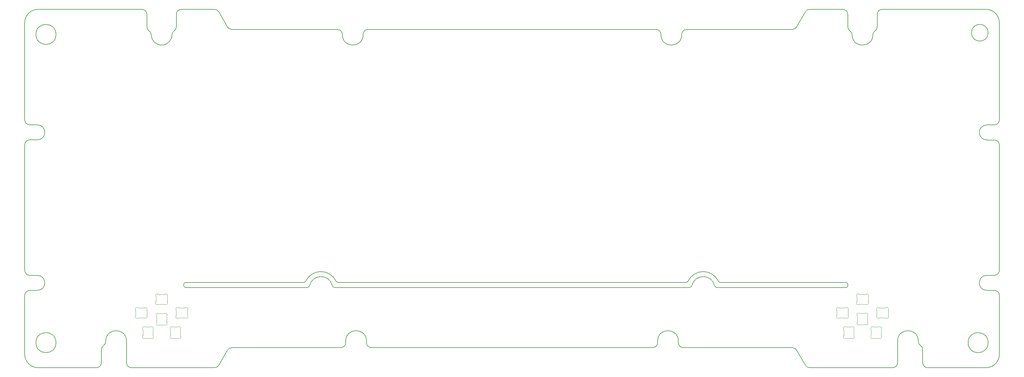
<source format=gbr>
%TF.GenerationSoftware,KiCad,Pcbnew,(7.0.0-0)*%
%TF.CreationDate,2023-06-03T23:19:53-07:00*%
%TF.ProjectId,popstar_plateless,706f7073-7461-4725-9f70-6c6174656c65,rev?*%
%TF.SameCoordinates,Original*%
%TF.FileFunction,Profile,NP*%
%FSLAX46Y46*%
G04 Gerber Fmt 4.6, Leading zero omitted, Abs format (unit mm)*
G04 Created by KiCad (PCBNEW (7.0.0-0)) date 2023-06-03 23:19:53*
%MOMM*%
%LPD*%
G01*
G04 APERTURE LIST*
%TA.AperFunction,Profile*%
%ADD10C,0.200000*%
%TD*%
%TA.AperFunction,Profile*%
%ADD11C,0.100000*%
%TD*%
G04 APERTURE END LIST*
D10*
X28924798Y-128974999D02*
G75*
G03*
X32924812Y-132975002I4000002J-1D01*
G01*
X318825000Y-105349963D02*
X316574998Y-105349963D01*
X123403919Y-126974917D02*
G75*
G03*
X124903917Y-125474897I-19J1500017D01*
G01*
X90847411Y-126974930D02*
G75*
G03*
X89548374Y-127724939I-11J-1499970D01*
G01*
X274999742Y-27275065D02*
X274999742Y-31020284D01*
X227637174Y-109000000D02*
X121612825Y-109000000D01*
X285299740Y-25775042D02*
G75*
G03*
X283799742Y-27275052I60J-1500058D01*
G01*
X66753451Y-33384437D02*
G75*
G03*
X72953449Y-33384435I3099999J-3D01*
G01*
X113337174Y-109000000D02*
X77000000Y-109000000D01*
X52552527Y-126272722D02*
G75*
G03*
X53156102Y-125175004I-696427J1097722D01*
G01*
X218145540Y-125474791D02*
X218145539Y-125000581D01*
X236290180Y-107072174D02*
G75*
G03*
X227259820Y-107072174I-4515180J-2147825D01*
G01*
X275000000Y-108000000D02*
X275000000Y-108500000D01*
X224345519Y-125474780D02*
G75*
G03*
X225845541Y-126974781I1499981J-20D01*
G01*
X283799742Y-27275052D02*
X283799742Y-31020285D01*
X226582543Y-107500038D02*
G75*
G03*
X227259819Y-107072174I-43J750038D01*
G01*
X112282543Y-107500038D02*
G75*
G03*
X112959819Y-107072174I-43J750038D01*
G01*
X275000000Y-108000000D02*
G75*
G03*
X274500000Y-107500000I-500000J0D01*
G01*
X120882620Y-108421177D02*
G75*
G03*
X114067380Y-108421177I-3407620J-798823D01*
G01*
X225349994Y-33274982D02*
X225349994Y-33384519D01*
X53156102Y-125000470D02*
X53156102Y-125175004D01*
X63953442Y-25774971D02*
X32924868Y-25775007D01*
X76500000Y-108500000D02*
X76500000Y-108000000D01*
X320325085Y-29775018D02*
G75*
G03*
X316325044Y-25775015I-4000085J-82D01*
G01*
X123899518Y-33274984D02*
G75*
G03*
X122399506Y-31774982I-1500018J-16D01*
G01*
X259701350Y-127724734D02*
G75*
G03*
X258402301Y-126974743I-1298950J-749866D01*
G01*
X120882597Y-108421183D02*
G75*
G03*
X121612825Y-109000000I730203J171183D01*
G01*
X276299652Y-33384604D02*
G75*
G03*
X282499748Y-33384598I3100048J4D01*
G01*
X123899506Y-33384508D02*
X123899506Y-33274984D01*
X32674821Y-105349957D02*
X30424824Y-105349957D01*
X28924927Y-58824273D02*
G75*
G03*
X30424853Y-60324273I1499973J-27D01*
G01*
X296093323Y-125000628D02*
G75*
G03*
X289893323Y-125000628I-3100000J-2D01*
G01*
X318824995Y-109849963D02*
X316574998Y-109849963D01*
X273499740Y-25775065D02*
X263598031Y-25775077D01*
X73557015Y-32286711D02*
G75*
G03*
X72953449Y-33384435I696385J-1097689D01*
G01*
X258402301Y-126974743D02*
X225845541Y-126974781D01*
X320325025Y-66352623D02*
X320325000Y-103849964D01*
X30424819Y-109849959D02*
G75*
G03*
X28924819Y-111349956I1J-1500001D01*
G01*
X86950231Y-26524978D02*
G75*
G03*
X85651248Y-25774945I-1299031J-749922D01*
G01*
X122667456Y-107500000D02*
X226582543Y-107500000D01*
X219150018Y-33274982D02*
G75*
G03*
X217649984Y-31774982I-1499918J82D01*
G01*
X235182597Y-108421183D02*
G75*
G03*
X235912825Y-109000000I730203J171183D01*
G01*
X316575017Y-60352578D02*
G75*
G03*
X316575017Y-64852622I-17J-2250022D01*
G01*
X320324995Y-111349964D02*
X320324983Y-128974673D01*
X316970259Y-125475761D02*
G75*
G03*
X316970259Y-125475761I-3000004J0D01*
G01*
X263598031Y-25775117D02*
G75*
G03*
X262298993Y-26525080I-31J-1499983D01*
G01*
X320325049Y-29775018D02*
X320325030Y-58852623D01*
X263598465Y-132974732D02*
X288393325Y-132974703D01*
X219149984Y-33274982D02*
X219149984Y-33384525D01*
X51856098Y-131474982D02*
X51856098Y-127539325D01*
X318825030Y-60352630D02*
G75*
G03*
X320325030Y-58852623I-130J1500130D01*
G01*
X131103916Y-125474893D02*
X131103915Y-125000682D01*
X318825000Y-105350000D02*
G75*
G03*
X320325000Y-103849964I0J1500000D01*
G01*
X30424848Y-64824248D02*
G75*
G03*
X28924848Y-66324272I52J-1500052D01*
G01*
X298893320Y-132974691D02*
X316324988Y-132974670D01*
X86950288Y-26524945D02*
X89548385Y-31024983D01*
X38274727Y-33275696D02*
G75*
G03*
X38274727Y-33275696I-3000004J0D01*
G01*
X276299759Y-33384604D02*
G75*
G03*
X275696171Y-32286883I-1300159J-96D01*
G01*
X283103329Y-32286901D02*
G75*
G03*
X282499748Y-33384598I696371J-1097699D01*
G01*
X318825030Y-60352622D02*
X316575017Y-60352622D01*
X89548375Y-31024989D02*
G75*
G03*
X90847424Y-31774983I1299025J749989D01*
G01*
X32674851Y-64824267D02*
G75*
G03*
X32674851Y-60324273I-1J2249997D01*
G01*
X258401949Y-31774946D02*
G75*
G03*
X259700988Y-31024979I51J1499946D01*
G01*
X30424819Y-109849957D02*
X32674821Y-109849957D01*
X65453409Y-31020117D02*
G75*
G03*
X66149872Y-32286716I1499991J17D01*
G01*
X216645541Y-126974792D02*
X132603918Y-126974890D01*
X113337174Y-108999975D02*
G75*
G03*
X114067379Y-108421177I26J749975D01*
G01*
X30424848Y-64824273D02*
X32674851Y-64824273D01*
X320325078Y-66352623D02*
G75*
G03*
X318825025Y-64852622I-1500078J-77D01*
G01*
X59356102Y-125000470D02*
G75*
G03*
X53156102Y-125000470I-3100000J-2D01*
G01*
X123899494Y-33384508D02*
G75*
G03*
X130099506Y-33384509I3100006J8D01*
G01*
X316575017Y-64852622D02*
X318825025Y-64852622D01*
X130099506Y-33274990D02*
X130099506Y-33384509D01*
X28924824Y-103849956D02*
X28924848Y-66324272D01*
X59356131Y-131474969D02*
G75*
G03*
X60856104Y-132974969I1499969J-31D01*
G01*
X236967456Y-107500000D02*
X274500000Y-107500000D01*
X90847424Y-31774983D02*
X122399506Y-31774982D01*
X316574998Y-105350037D02*
G75*
G03*
X316574998Y-109849963I2J-2249963D01*
G01*
X32924868Y-25775013D02*
G75*
G03*
X28924873Y-29775004I2J-3999997D01*
G01*
X131103910Y-125474893D02*
G75*
G03*
X132603918Y-126974890I1499990J-7D01*
G01*
X76500000Y-108500000D02*
G75*
G03*
X77000000Y-109000000I500000J0D01*
G01*
X121990215Y-107072157D02*
G75*
G03*
X122667456Y-107500000I677285J322157D01*
G01*
X89548374Y-127724939D02*
X86950298Y-132224940D01*
X74253444Y-27274957D02*
X74253444Y-31020118D01*
X259700989Y-31024979D02*
X262298993Y-26525080D01*
X66753393Y-33384437D02*
G75*
G03*
X66149872Y-32286717I-1299993J37D01*
G01*
X316324988Y-132974583D02*
G75*
G03*
X320324983Y-128974673I12J3999983D01*
G01*
X28924807Y-128974999D02*
X28924819Y-111349956D01*
X131103885Y-125000682D02*
G75*
G03*
X124903915Y-125000701I-3099985J-18D01*
G01*
X296093323Y-125175036D02*
X296093323Y-125000628D01*
X289893323Y-125000628D02*
X289893323Y-131474703D01*
X262299409Y-132224745D02*
G75*
G03*
X263598465Y-132974732I1298991J749945D01*
G01*
X28924853Y-58824273D02*
X28924873Y-29775004D01*
X283103334Y-32286909D02*
G75*
G03*
X283799742Y-31020285I-803634J1266609D01*
G01*
X32924812Y-132975002D02*
X50356100Y-132974982D01*
X274500000Y-109000000D02*
G75*
G03*
X275000000Y-108500000I-100J500100D01*
G01*
X224345539Y-125000585D02*
X224345539Y-125474780D01*
X124903915Y-125000701D02*
X124903917Y-125474897D01*
X219150006Y-33384525D02*
G75*
G03*
X225349994Y-33384519I3099994J25D01*
G01*
X38274698Y-125475696D02*
G75*
G03*
X38274698Y-125475696I-2999996J0D01*
G01*
X296093328Y-125175036D02*
G75*
G03*
X296696892Y-126272754I1300072J36D01*
G01*
X226849994Y-31774894D02*
G75*
G03*
X225349994Y-33274982I6J-1500006D01*
G01*
X274999735Y-27275065D02*
G75*
G03*
X273499740Y-25775065I-1500035J-35D01*
G01*
X65453444Y-27274971D02*
X65453444Y-31020117D01*
X226849994Y-31774982D02*
X258401949Y-31774982D01*
X28924843Y-103849956D02*
G75*
G03*
X30424824Y-105349957I1499957J-44D01*
G01*
X274999737Y-31020284D02*
G75*
G03*
X275696171Y-32286882I1499963J-16D01*
G01*
X235182620Y-108421177D02*
G75*
G03*
X228367380Y-108421177I-3407620J-798823D01*
G01*
X73557021Y-32286720D02*
G75*
G03*
X74253444Y-31020118I-803621J1266620D01*
G01*
X77000000Y-107500000D02*
G75*
G03*
X76500000Y-108000000I0J-500000D01*
G01*
X85651248Y-25774945D02*
X75753442Y-25774957D01*
X274500000Y-109000000D02*
X235912825Y-109000000D01*
X131599505Y-31775006D02*
G75*
G03*
X130099506Y-33274990I-5J-1499994D01*
G01*
X297393309Y-131474691D02*
G75*
G03*
X298893320Y-132974691I1499991J-9D01*
G01*
X316970277Y-32775762D02*
G75*
G03*
X316970277Y-32775762I-2500000J0D01*
G01*
X77000000Y-107500000D02*
X112282543Y-107500000D01*
X60856104Y-132974969D02*
X85651261Y-132974940D01*
X75753442Y-25775044D02*
G75*
G03*
X74253444Y-27274957I-42J-1499956D01*
G01*
X52552517Y-126272706D02*
G75*
G03*
X51856098Y-127539325I803583J-1266594D01*
G01*
X123403919Y-126974901D02*
X90847411Y-126974939D01*
X32674851Y-60324273D02*
X30424853Y-60324273D01*
X224345461Y-125000585D02*
G75*
G03*
X218145539Y-125000581I-3099961J-15D01*
G01*
X320325037Y-111349964D02*
G75*
G03*
X318824995Y-109849963I-1499937J64D01*
G01*
X227637174Y-108999975D02*
G75*
G03*
X228367379Y-108421177I26J749975D01*
G01*
X297393312Y-127539351D02*
G75*
G03*
X296696892Y-126272755I-1499912J51D01*
G01*
X262299427Y-132224735D02*
X259701339Y-127724740D01*
X121990179Y-107072174D02*
G75*
G03*
X112959821Y-107072174I-4515179J-2147826D01*
G01*
X50356100Y-132974998D02*
G75*
G03*
X51856098Y-131474982I0J1499998D01*
G01*
X85651261Y-132974885D02*
G75*
G03*
X86950298Y-132224940I39J1499985D01*
G01*
X59356102Y-131474969D02*
X59356102Y-125000470D01*
X65453429Y-27274971D02*
G75*
G03*
X63953442Y-25774971I-1500029J-29D01*
G01*
X32674821Y-109849963D02*
G75*
G03*
X32674821Y-105349957I-1J2250003D01*
G01*
X217649984Y-31774982D02*
X131599505Y-31774982D01*
X288393325Y-132974623D02*
G75*
G03*
X289893323Y-131474703I-25J1500023D01*
G01*
X297393319Y-127539351D02*
X297393319Y-131474691D01*
X236290185Y-107072171D02*
G75*
G03*
X236967456Y-107500000I677215J322071D01*
G01*
X216645541Y-126974840D02*
G75*
G03*
X218145540Y-125474791I-41J1500040D01*
G01*
X316325044Y-25775015D02*
X285299740Y-25775052D01*
D11*
%TO.C,D12*%
X281099999Y-111797157D02*
X281099999Y-113202841D01*
X280194452Y-113999999D02*
X278605548Y-113999999D01*
X278605548Y-111000000D02*
X280194453Y-111000000D01*
X277700001Y-113202841D02*
X277700001Y-111797157D01*
X281100000Y-113202841D02*
G75*
G03*
X281149485Y-113419719I499989J-2D01*
G01*
X280446711Y-114068298D02*
G75*
G03*
X281149483Y-113419718I252259J431700D01*
G01*
X281149484Y-111580279D02*
G75*
G03*
X281099999Y-111797156I450505J-216876D01*
G01*
X281149484Y-111580279D02*
G75*
G03*
X280446711Y-110931701I-450514J216878D01*
G01*
X280194453Y-111000000D02*
G75*
G03*
X280446711Y-110931701I-3J500009D01*
G01*
X280446711Y-114068298D02*
G75*
G03*
X280194452Y-113999999I-252261J-431710D01*
G01*
X278353289Y-110931700D02*
G75*
G03*
X278605547Y-110999999I252261J431710D01*
G01*
X278605548Y-114000000D02*
G75*
G03*
X278353290Y-114068298I2J-500010D01*
G01*
X277650520Y-113419721D02*
G75*
G03*
X278353289Y-114068296I450510J-216879D01*
G01*
X277650516Y-113419719D02*
G75*
G03*
X277700001Y-113202842I-450866J216959D01*
G01*
X278353289Y-110931700D02*
G75*
G03*
X277650516Y-111580279I-252259J-431700D01*
G01*
X277699989Y-111797157D02*
G75*
G03*
X277650515Y-111580279I-500289J-43D01*
G01*
%TO.C,D1*%
X71549999Y-111797157D02*
X71549999Y-113202841D01*
X70644452Y-113999999D02*
X69055548Y-113999999D01*
X69055548Y-111000000D02*
X70644453Y-111000000D01*
X68150001Y-113202841D02*
X68150001Y-111797157D01*
X71550000Y-113202841D02*
G75*
G03*
X71599485Y-113419719I499989J-2D01*
G01*
X70896711Y-114068298D02*
G75*
G03*
X71599483Y-113419718I252259J431700D01*
G01*
X71599484Y-111580279D02*
G75*
G03*
X71549999Y-111797156I450505J-216876D01*
G01*
X71599484Y-111580279D02*
G75*
G03*
X70896711Y-110931701I-450514J216878D01*
G01*
X70644453Y-111000000D02*
G75*
G03*
X70896711Y-110931701I-3J500009D01*
G01*
X70896711Y-114068298D02*
G75*
G03*
X70644452Y-113999999I-252261J-431710D01*
G01*
X68803289Y-110931700D02*
G75*
G03*
X69055547Y-110999999I252261J431710D01*
G01*
X69055548Y-114000000D02*
G75*
G03*
X68803290Y-114068298I2J-500010D01*
G01*
X68100520Y-113419721D02*
G75*
G03*
X68803289Y-114068296I450510J-216879D01*
G01*
X68100516Y-113419719D02*
G75*
G03*
X68150001Y-113202842I-450866J216959D01*
G01*
X68803289Y-110931700D02*
G75*
G03*
X68100516Y-111580279I-252259J-431700D01*
G01*
X68149989Y-111797157D02*
G75*
G03*
X68100515Y-111580279I-500289J-43D01*
G01*
%TO.C,D2*%
X65449999Y-115897157D02*
X65449999Y-117302841D01*
X64544452Y-118099999D02*
X62955548Y-118099999D01*
X62955548Y-115100000D02*
X64544453Y-115100000D01*
X62050001Y-117302841D02*
X62050001Y-115897157D01*
X65450000Y-117302841D02*
G75*
G03*
X65499485Y-117519719I499989J-2D01*
G01*
X64796711Y-118168298D02*
G75*
G03*
X65499483Y-117519718I252259J431700D01*
G01*
X65499484Y-115680279D02*
G75*
G03*
X65449999Y-115897156I450505J-216876D01*
G01*
X65499484Y-115680279D02*
G75*
G03*
X64796711Y-115031701I-450514J216878D01*
G01*
X64544453Y-115100000D02*
G75*
G03*
X64796711Y-115031701I-3J500009D01*
G01*
X64796711Y-118168298D02*
G75*
G03*
X64544452Y-118099999I-252261J-431710D01*
G01*
X62703289Y-115031700D02*
G75*
G03*
X62955547Y-115099999I252261J431710D01*
G01*
X62955548Y-118100000D02*
G75*
G03*
X62703290Y-118168298I2J-500010D01*
G01*
X62000520Y-117519721D02*
G75*
G03*
X62703289Y-118168296I450510J-216879D01*
G01*
X62000516Y-117519719D02*
G75*
G03*
X62050001Y-117302842I-450866J216959D01*
G01*
X62703289Y-115031700D02*
G75*
G03*
X62000516Y-115680279I-252259J-431700D01*
G01*
X62049989Y-115897157D02*
G75*
G03*
X62000515Y-115680279I-500289J-43D01*
G01*
%TO.C,D4*%
X74702843Y-124199999D02*
X73297159Y-124199999D01*
X72500001Y-123294452D02*
X72500001Y-121705548D01*
X75500000Y-121705548D02*
X75500000Y-123294453D01*
X73297159Y-120800001D02*
X74702843Y-120800001D01*
X73297159Y-124200000D02*
G75*
G03*
X73080281Y-124249485I-2J-499989D01*
G01*
X72431702Y-123546711D02*
G75*
G03*
X73080282Y-124249483I431700J-252259D01*
G01*
X74919721Y-124249484D02*
G75*
G03*
X74702844Y-124199999I-216876J-450505D01*
G01*
X74919721Y-124249484D02*
G75*
G03*
X75568299Y-123546711I216878J450514D01*
G01*
X75500000Y-123294453D02*
G75*
G03*
X75568299Y-123546711I500009J3D01*
G01*
X72431702Y-123546711D02*
G75*
G03*
X72500001Y-123294452I-431710J252261D01*
G01*
X75568300Y-121453289D02*
G75*
G03*
X75500001Y-121705547I431710J-252261D01*
G01*
X72500000Y-121705548D02*
G75*
G03*
X72431702Y-121453290I-500010J-2D01*
G01*
X73080279Y-120750520D02*
G75*
G03*
X72431704Y-121453289I-216879J-450510D01*
G01*
X73080281Y-120750516D02*
G75*
G03*
X73297158Y-120800001I216959J450866D01*
G01*
X75568300Y-121453289D02*
G75*
G03*
X74919721Y-120750516I-431700J252259D01*
G01*
X74702843Y-120799989D02*
G75*
G03*
X74919721Y-120750515I-43J500289D01*
G01*
%TO.C,D5*%
X74200001Y-117302843D02*
X74200001Y-115897159D01*
X75105548Y-115100001D02*
X76694452Y-115100001D01*
X76694452Y-118100000D02*
X75105547Y-118100000D01*
X77599999Y-115897159D02*
X77599999Y-117302843D01*
X74200000Y-115897159D02*
G75*
G03*
X74150515Y-115680281I-499989J2D01*
G01*
X74853289Y-115031702D02*
G75*
G03*
X74150517Y-115680282I-252259J-431700D01*
G01*
X74150516Y-117519721D02*
G75*
G03*
X74200001Y-117302844I-450505J216876D01*
G01*
X74150516Y-117519721D02*
G75*
G03*
X74853289Y-118168299I450514J-216878D01*
G01*
X75105547Y-118100000D02*
G75*
G03*
X74853289Y-118168299I3J-500009D01*
G01*
X74853289Y-115031702D02*
G75*
G03*
X75105548Y-115100001I252261J431710D01*
G01*
X76946711Y-118168300D02*
G75*
G03*
X76694453Y-118100001I-252261J-431710D01*
G01*
X76694452Y-115100000D02*
G75*
G03*
X76946710Y-115031702I-2J500010D01*
G01*
X77649480Y-115680279D02*
G75*
G03*
X76946711Y-115031704I-450510J216879D01*
G01*
X77649484Y-115680281D02*
G75*
G03*
X77599999Y-115897158I450866J-216959D01*
G01*
X76946711Y-118168300D02*
G75*
G03*
X77649484Y-117519721I252259J431700D01*
G01*
X77600011Y-117302843D02*
G75*
G03*
X77649485Y-117519721I500289J43D01*
G01*
%TO.C,D8*%
X274597157Y-120800001D02*
X276002841Y-120800001D01*
X276799999Y-121705548D02*
X276799999Y-123294452D01*
X273800000Y-123294452D02*
X273800000Y-121705547D01*
X276002841Y-124199999D02*
X274597157Y-124199999D01*
X276002841Y-120800000D02*
G75*
G03*
X276219719Y-120750515I2J499989D01*
G01*
X276868298Y-121453289D02*
G75*
G03*
X276219718Y-120750517I-431700J252259D01*
G01*
X274380279Y-120750516D02*
G75*
G03*
X274597156Y-120800001I216876J450505D01*
G01*
X274380279Y-120750516D02*
G75*
G03*
X273731701Y-121453289I-216878J-450514D01*
G01*
X273800000Y-121705547D02*
G75*
G03*
X273731701Y-121453289I-500009J-3D01*
G01*
X276868298Y-121453289D02*
G75*
G03*
X276799999Y-121705548I431710J-252261D01*
G01*
X273731700Y-123546711D02*
G75*
G03*
X273799999Y-123294453I-431710J252261D01*
G01*
X276800000Y-123294452D02*
G75*
G03*
X276868298Y-123546710I500010J2D01*
G01*
X276219721Y-124249480D02*
G75*
G03*
X276868296Y-123546711I216879J450510D01*
G01*
X276219719Y-124249484D02*
G75*
G03*
X276002842Y-124199999I-216959J-450866D01*
G01*
X273731700Y-123546711D02*
G75*
G03*
X274380279Y-124249484I431700J-252259D01*
G01*
X274597157Y-124200011D02*
G75*
G03*
X274380279Y-124249485I43J-500289D01*
G01*
%TO.C,D7*%
X275099999Y-115897157D02*
X275099999Y-117302841D01*
X274194452Y-118099999D02*
X272605548Y-118099999D01*
X272605548Y-115100000D02*
X274194453Y-115100000D01*
X271700001Y-117302841D02*
X271700001Y-115897157D01*
X275100000Y-117302841D02*
G75*
G03*
X275149485Y-117519719I499989J-2D01*
G01*
X274446711Y-118168298D02*
G75*
G03*
X275149483Y-117519718I252259J431700D01*
G01*
X275149484Y-115680279D02*
G75*
G03*
X275099999Y-115897156I450505J-216876D01*
G01*
X275149484Y-115680279D02*
G75*
G03*
X274446711Y-115031701I-450514J216878D01*
G01*
X274194453Y-115100000D02*
G75*
G03*
X274446711Y-115031701I-3J500009D01*
G01*
X274446711Y-118168298D02*
G75*
G03*
X274194452Y-118099999I-252261J-431710D01*
G01*
X272353289Y-115031700D02*
G75*
G03*
X272605547Y-115099999I252261J431710D01*
G01*
X272605548Y-118100000D02*
G75*
G03*
X272353290Y-118168298I2J-500010D01*
G01*
X271650520Y-117519721D02*
G75*
G03*
X272353289Y-118168296I450510J-216879D01*
G01*
X271650516Y-117519719D02*
G75*
G03*
X271700001Y-117302842I-450866J216959D01*
G01*
X272353289Y-115031700D02*
G75*
G03*
X271650516Y-115680279I-252259J-431700D01*
G01*
X271699989Y-115897157D02*
G75*
G03*
X271650515Y-115680279I-500289J-43D01*
G01*
%TO.C,D11*%
X278697157Y-116700001D02*
X280102841Y-116700001D01*
X280899999Y-117605548D02*
X280899999Y-119194452D01*
X277900000Y-119194452D02*
X277900000Y-117605547D01*
X280102841Y-120099999D02*
X278697157Y-120099999D01*
X280102841Y-116700000D02*
G75*
G03*
X280319719Y-116650515I2J499989D01*
G01*
X280968298Y-117353289D02*
G75*
G03*
X280319718Y-116650517I-431700J252259D01*
G01*
X278480279Y-116650516D02*
G75*
G03*
X278697156Y-116700001I216876J450505D01*
G01*
X278480279Y-116650516D02*
G75*
G03*
X277831701Y-117353289I-216878J-450514D01*
G01*
X277900000Y-117605547D02*
G75*
G03*
X277831701Y-117353289I-500009J-3D01*
G01*
X280968298Y-117353289D02*
G75*
G03*
X280899999Y-117605548I431710J-252261D01*
G01*
X277831700Y-119446711D02*
G75*
G03*
X277899999Y-119194453I-431710J252261D01*
G01*
X280900000Y-119194452D02*
G75*
G03*
X280968298Y-119446710I500010J2D01*
G01*
X280319721Y-120149480D02*
G75*
G03*
X280968296Y-119446711I216879J450510D01*
G01*
X280319719Y-120149484D02*
G75*
G03*
X280102842Y-120099999I-216959J-450866D01*
G01*
X277831700Y-119446711D02*
G75*
G03*
X278480279Y-120149484I431700J-252259D01*
G01*
X278697157Y-120100011D02*
G75*
G03*
X278480279Y-120149485I43J-500289D01*
G01*
%TO.C,D3*%
X65047157Y-120800001D02*
X66452841Y-120800001D01*
X67249999Y-121705548D02*
X67249999Y-123294452D01*
X64250000Y-123294452D02*
X64250000Y-121705547D01*
X66452841Y-124199999D02*
X65047157Y-124199999D01*
X66452841Y-120800000D02*
G75*
G03*
X66669719Y-120750515I2J499989D01*
G01*
X67318298Y-121453289D02*
G75*
G03*
X66669718Y-120750517I-431700J252259D01*
G01*
X64830279Y-120750516D02*
G75*
G03*
X65047156Y-120800001I216876J450505D01*
G01*
X64830279Y-120750516D02*
G75*
G03*
X64181701Y-121453289I-216878J-450514D01*
G01*
X64250000Y-121705547D02*
G75*
G03*
X64181701Y-121453289I-500009J-3D01*
G01*
X67318298Y-121453289D02*
G75*
G03*
X67249999Y-121705548I431710J-252261D01*
G01*
X64181700Y-123546711D02*
G75*
G03*
X64249999Y-123294453I-431710J252261D01*
G01*
X67250000Y-123294452D02*
G75*
G03*
X67318298Y-123546710I500010J2D01*
G01*
X66669721Y-124249480D02*
G75*
G03*
X67318296Y-123546711I216879J450510D01*
G01*
X66669719Y-124249484D02*
G75*
G03*
X66452842Y-124199999I-216959J-450866D01*
G01*
X64181700Y-123546711D02*
G75*
G03*
X64830279Y-124249484I431700J-252259D01*
G01*
X65047157Y-124200011D02*
G75*
G03*
X64830279Y-124249485I43J-500289D01*
G01*
%TO.C,D10*%
X283700001Y-117302843D02*
X283700001Y-115897159D01*
X284605548Y-115100001D02*
X286194452Y-115100001D01*
X286194452Y-118100000D02*
X284605547Y-118100000D01*
X287099999Y-115897159D02*
X287099999Y-117302843D01*
X283700000Y-115897159D02*
G75*
G03*
X283650515Y-115680281I-499989J2D01*
G01*
X284353289Y-115031702D02*
G75*
G03*
X283650517Y-115680282I-252259J-431700D01*
G01*
X283650516Y-117519721D02*
G75*
G03*
X283700001Y-117302844I-450505J216876D01*
G01*
X283650516Y-117519721D02*
G75*
G03*
X284353289Y-118168299I450514J-216878D01*
G01*
X284605547Y-118100000D02*
G75*
G03*
X284353289Y-118168299I3J-500009D01*
G01*
X284353289Y-115031702D02*
G75*
G03*
X284605548Y-115100001I252261J431710D01*
G01*
X286446711Y-118168300D02*
G75*
G03*
X286194453Y-118100001I-252261J-431710D01*
G01*
X286194452Y-115100000D02*
G75*
G03*
X286446710Y-115031702I-2J500010D01*
G01*
X287149480Y-115680279D02*
G75*
G03*
X286446711Y-115031704I-450510J216879D01*
G01*
X287149484Y-115680281D02*
G75*
G03*
X287099999Y-115897158I450866J-216959D01*
G01*
X286446711Y-118168300D02*
G75*
G03*
X287149484Y-117519721I252259J431700D01*
G01*
X287100011Y-117302843D02*
G75*
G03*
X287149485Y-117519721I500289J43D01*
G01*
%TO.C,D6*%
X69172157Y-116800001D02*
X70577841Y-116800001D01*
X71374999Y-117705548D02*
X71374999Y-119294452D01*
X68375000Y-119294452D02*
X68375000Y-117705547D01*
X70577841Y-120199999D02*
X69172157Y-120199999D01*
X70577841Y-116800000D02*
G75*
G03*
X70794719Y-116750515I2J499989D01*
G01*
X71443298Y-117453289D02*
G75*
G03*
X70794718Y-116750517I-431700J252259D01*
G01*
X68955279Y-116750516D02*
G75*
G03*
X69172156Y-116800001I216876J450505D01*
G01*
X68955279Y-116750516D02*
G75*
G03*
X68306701Y-117453289I-216878J-450514D01*
G01*
X68375000Y-117705547D02*
G75*
G03*
X68306701Y-117453289I-500009J-3D01*
G01*
X71443298Y-117453289D02*
G75*
G03*
X71374999Y-117705548I431710J-252261D01*
G01*
X68306700Y-119546711D02*
G75*
G03*
X68374999Y-119294453I-431710J252261D01*
G01*
X71375000Y-119294452D02*
G75*
G03*
X71443298Y-119546710I500010J2D01*
G01*
X70794721Y-120249480D02*
G75*
G03*
X71443296Y-119546711I216879J450510D01*
G01*
X70794719Y-120249484D02*
G75*
G03*
X70577842Y-120199999I-216959J-450866D01*
G01*
X68306700Y-119546711D02*
G75*
G03*
X68955279Y-120249484I431700J-252259D01*
G01*
X69172157Y-120200011D02*
G75*
G03*
X68955279Y-120249485I43J-500289D01*
G01*
%TO.C,D9*%
X284202843Y-124199999D02*
X282797159Y-124199999D01*
X282000001Y-123294452D02*
X282000001Y-121705548D01*
X285000000Y-121705548D02*
X285000000Y-123294453D01*
X282797159Y-120800001D02*
X284202843Y-120800001D01*
X282797159Y-124200000D02*
G75*
G03*
X282580281Y-124249485I-2J-499989D01*
G01*
X281931702Y-123546711D02*
G75*
G03*
X282580282Y-124249483I431700J-252259D01*
G01*
X284419721Y-124249484D02*
G75*
G03*
X284202844Y-124199999I-216876J-450505D01*
G01*
X284419721Y-124249484D02*
G75*
G03*
X285068299Y-123546711I216878J450514D01*
G01*
X285000000Y-123294453D02*
G75*
G03*
X285068299Y-123546711I500009J3D01*
G01*
X281931702Y-123546711D02*
G75*
G03*
X282000001Y-123294452I-431710J252261D01*
G01*
X285068300Y-121453289D02*
G75*
G03*
X285000001Y-121705547I431710J-252261D01*
G01*
X282000000Y-121705548D02*
G75*
G03*
X281931702Y-121453290I-500010J-2D01*
G01*
X282580279Y-120750520D02*
G75*
G03*
X281931704Y-121453289I-216879J-450510D01*
G01*
X282580281Y-120750516D02*
G75*
G03*
X282797158Y-120800001I216959J450866D01*
G01*
X285068300Y-121453289D02*
G75*
G03*
X284419721Y-120750516I-431700J252259D01*
G01*
X284202843Y-120799989D02*
G75*
G03*
X284419721Y-120750515I-43J500289D01*
G01*
%TD*%
M02*

</source>
